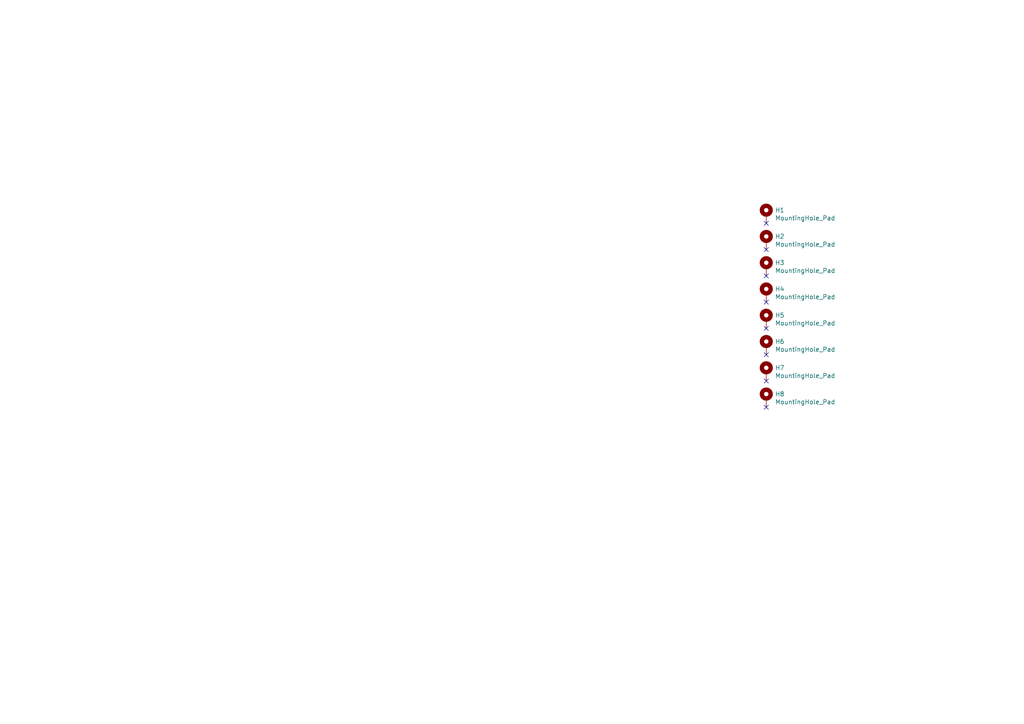
<source format=kicad_sch>
(kicad_sch (version 20201015) (generator eeschema)
  (paper "A4")
  (lib_symbols
    (symbol "Mechanical:MountingHole_Pad" (pin_numbers hide) (pin_names (offset 1.016) hide)
      (property "Reference" "H" (at 0 6.35 0))
      (property "Value" "MountingHole_Pad" (at 0 4.445 0))
      (symbol "MountingHole_Pad_0_1"
        (circle (center 0 1.27) (radius 1.27) (stroke (width 1.27)))
      )
      (symbol "MountingHole_Pad_1_1"
        (pin input line (at 0 -2.54 90) (length 2.54) (name "1") (number "1"))
      )
    )
  )
  (no_connect (at 222.25 64.77))
  (no_connect (at 222.25 72.39))
  (no_connect (at 222.25 80.01))
  (no_connect (at 222.25 87.63))
  (no_connect (at 222.25 95.25))
  (no_connect (at 222.25 102.87))
  (no_connect (at 222.25 110.49))
  (no_connect (at 222.25 118.11))
  (symbol (lib_id "Mechanical:MountingHole_Pad") (at 222.25 62.23 0) (unit 1)
    (property "Reference" "H1" (at 224.79 60.954 0) (effects (justify left)))
    (property "Value" "MountingHole_Pad" (at 224.7901 63.2523 0) (effects (justify left)))
    (property "Footprint" "MountingHole:MountingHole_2.2mm_M2_DIN965" (effects hide))
  )
  (symbol (lib_id "Mechanical:MountingHole_Pad") (at 222.25 69.85 0) (unit 1)
    (property "Reference" "H2" (at 224.79 68.574 0) (effects (justify left)))
    (property "Value" "MountingHole_Pad" (at 224.7901 70.8723 0) (effects (justify left)))
    (property "Footprint" "MountingHole:MountingHole_2.2mm_M2_DIN965" (effects hide))
  )
  (symbol (lib_id "Mechanical:MountingHole_Pad") (at 222.25 77.47 0) (unit 1)
    (property "Reference" "H3" (at 224.79 76.194 0) (effects (justify left)))
    (property "Value" "MountingHole_Pad" (at 224.7901 78.4923 0) (effects (justify left)))
    (property "Footprint" "MountingHole:MountingHole_2.2mm_M2_DIN965" (effects hide))
  )
  (symbol (lib_id "Mechanical:MountingHole_Pad") (at 222.25 85.09 0) (unit 1)
    (property "Reference" "H4" (at 224.79 83.814 0) (effects (justify left)))
    (property "Value" "MountingHole_Pad" (at 224.7901 86.1123 0) (effects (justify left)))
    (property "Footprint" "MountingHole:MountingHole_2.2mm_M2_DIN965" (effects hide))
  )
  (symbol (lib_id "Mechanical:MountingHole_Pad") (at 222.25 92.71 0) (unit 1)
    (property "Reference" "H5" (at 224.79 91.434 0) (effects (justify left)))
    (property "Value" "MountingHole_Pad" (at 224.7901 93.7323 0) (effects (justify left)))
    (property "Footprint" "MountingHole:MountingHole_2.2mm_M2_DIN965" (effects hide))
  )
  (symbol (lib_id "Mechanical:MountingHole_Pad") (at 222.25 100.33 0) (unit 1)
    (property "Reference" "H6" (at 224.79 99.054 0) (effects (justify left)))
    (property "Value" "MountingHole_Pad" (at 224.7901 101.3523 0) (effects (justify left)))
    (property "Footprint" "MountingHole:MountingHole_2.2mm_M2_DIN965" (effects hide))
  )
  (symbol (lib_id "Mechanical:MountingHole_Pad") (at 222.25 107.95 0) (unit 1)
    (property "Reference" "H7" (at 224.79 106.674 0) (effects (justify left)))
    (property "Value" "MountingHole_Pad" (at 224.7901 108.9723 0) (effects (justify left)))
    (property "Footprint" "MountingHole:MountingHole_2.2mm_M2_DIN965" (effects hide))
  )
  (symbol (lib_id "Mechanical:MountingHole_Pad") (at 222.25 115.57 0) (unit 1)
    (property "Reference" "H8" (at 224.79 114.294 0) (effects (justify left)))
    (property "Value" "MountingHole_Pad" (at 224.7901 116.5923 0) (effects (justify left)))
    (property "Footprint" "MountingHole:MountingHole_2.2mm_M2_DIN965" (effects hide))
  )
)
</source>
